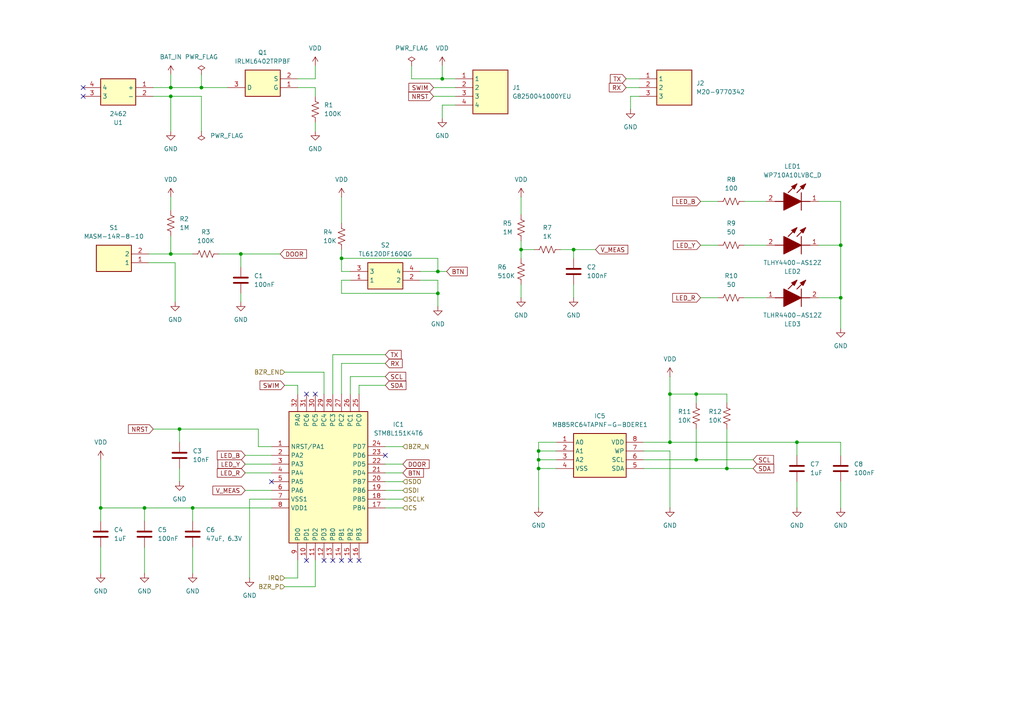
<source format=kicad_sch>
(kicad_sch (version 20250114) (generator "eeschema") (generator_version "9.0")
  (paper "A4")
  (title_block (title "MCU") (date "2025-10-02") (rev "REV0.0") (company "NPX4U"))
  (lib_symbols
    (symbol "2462:2462"
      (property "Reference" "U" (at 16.51 7.62 0))
      (property "Value" "2462" (at 16.51 5.08 0))
      (symbol "2462_1_1"
        (pin passive line (at 0 0 0) (length 5.08) (name "3") (number "3"))
        (pin passive line (at 0 -2.54 0) (length 5.08) (name "4") (number "4"))
        (pin passive line (at 20.32 0 180) (length 5.08) (name "-") (number "2"))
        (pin passive line (at 20.32 -2.54 180) (length 5.08) (name "+") (number "1"))
      )
    )
    (symbol "Device:C" (pin_numbers (hide yes)) (pin_names (offset 0.254))
      (property "Reference" "C" (at 0.635 2.54 0))
      (property "Value" "C" (at 0.635 -2.54 0))
      (symbol "C_1_1"
        (pin passive line (at 0 3.81 270) (length 2.794) (name "~") (number "1"))
        (pin passive line (at 0 -3.81 90) (length 2.794) (name "~") (number "2"))
      )
    )
    (symbol "Device:R_US" (pin_numbers (hide yes)) (pin_names (offset 0))
      (property "Reference" "R" (at 2.54 0 90))
      (property "Value" "R_US" (at -2.54 0 90))
      (symbol "R_US_1_1"
        (pin passive line (at 0 3.81 270) (length 1.27) (name "~") (number "1"))
        (pin passive line (at 0 -3.81 90) (length 1.27) (name "~") (number "2"))
      )
    )
    (symbol "G8250041000YEU:G8250041000YEU"
      (property "Reference" "J" (at 16.51 7.62 0))
      (property "Value" "G8250041000YEU" (at 16.51 5.08 0))
      (symbol "G8250041000YEU_1_1"
        (pin passive line (at 0 0 0) (length 5.08) (name "1") (number "1"))
        (pin passive line (at 0 -2.54 0) (length 5.08) (name "2") (number "2"))
        (pin passive line (at 0 -5.08 0) (length 5.08) (name "3") (number "3"))
        (pin passive line (at 0 -7.62 0) (length 5.08) (name "4") (number "4"))
      )
    )
    (symbol "IRLML6402TRPBF:IRLML6402TRPBF"
      (property "Reference" "Q" (at 16.51 7.62 0))
      (property "Value" "IRLML6402TRPBF" (at 16.51 5.08 0))
      (symbol "IRLML6402TRPBF_1_1"
        (pin passive line (at 0 0 0) (length 5.08) (name "G") (number "1"))
        (pin passive line (at 0 -2.54 0) (length 5.08) (name "S") (number "2"))
        (pin passive line (at 20.32 0 180) (length 5.08) (name "D") (number "3"))
      )
    )
    (symbol "M20-9770342:M20-9770342"
      (property "Reference" "J" (at 16.51 7.62 0))
      (property "Value" "M20-9770342" (at 16.51 5.08 0))
      (symbol "M20-9770342_1_1"
        (pin passive line (at 0 0 0) (length 5.08) (name "1") (number "1"))
        (pin passive line (at 0 -2.54 0) (length 5.08) (name "2") (number "2"))
        (pin passive line (at 0 -5.08 0) (length 5.08) (name "3") (number "3"))
      )
    )
    (symbol "MASM-14R-8-10:MASM-14R-8-10"
      (property "Reference" "S" (at 16.51 7.62 0))
      (property "Value" "MASM-14R-8-10" (at 16.51 5.08 0))
      (symbol "MASM-14R-8-10_1_1"
        (pin passive line (at 0 0 0) (length 5.08) (name "1") (number "1"))
        (pin passive line (at 0 -2.54 0) (length 5.08) (name "2") (number "2"))
      )
    )
    (symbol "MB85RC64TAPNF-G-BDERE1:MB85RC64TAPNF-G-BDERE1"
      (property "Reference" "IC" (at 21.59 7.62 0))
      (property "Value" "MB85RC64TAPNF-G-BDERE1" (at 21.59 5.08 0))
      (symbol "MB85RC64TAPNF-G-BDERE1_1_1"
        (pin passive line (at 0 0 0) (length 5.08) (name "A0") (number "1"))
        (pin passive line (at 0 -2.54 0) (length 5.08) (name "A1") (number "2"))
        (pin passive line (at 0 -5.08 0) (length 5.08) (name "A2") (number "3"))
        (pin passive line (at 0 -7.62 0) (length 5.08) (name "VSS") (number "4"))
        (pin passive line (at 25.4 0 180) (length 5.08) (name "VDD") (number "8"))
        (pin passive line (at 25.4 -2.54 180) (length 5.08) (name "WP") (number "7"))
        (pin passive line (at 25.4 -5.08 180) (length 5.08) (name "SCL") (number "6"))
        (pin passive line (at 25.4 -7.62 180) (length 5.08) (name "SDA") (number "5"))
      )
    )
    (symbol "STM8L151K4T6:STM8L151K4T6"
      (property "Reference" "IC" (at 29.21 15.24 0))
      (property "Value" "STM8L151K4T6" (at 29.21 12.7 0))
      (symbol "STM8L151K4T6_1_1"
        (pin passive line (at 0 0 0) (length 5.08) (name "NRST/PA1") (number "1"))
        (pin passive line (at 0 -2.54 0) (length 5.08) (name "PA2") (number "2"))
        (pin passive line (at 0 -5.08 0) (length 5.08) (name "PA3") (number "3"))
        (pin passive line (at 0 -7.62 0) (length 5.08) (name "PA4") (number "4"))
        (pin passive line (at 0 -10.16 0) (length 5.08) (name "PA5") (number "5"))
        (pin passive line (at 0 -12.7 0) (length 5.08) (name "PA6") (number "6"))
        (pin passive line (at 0 -15.24 0) (length 5.08) (name "VSS1") (number "7"))
        (pin passive line (at 0 -17.78 0) (length 5.08) (name "VDD1") (number "8"))
        (pin passive line (at 7.62 15.24 270) (length 5.08) (name "PA0") (number "32"))
        (pin passive line (at 7.62 -33.02 90) (length 5.08) (name "PD0") (number "9"))
        (pin passive line (at 10.16 15.24 270) (length 5.08) (name "PC6") (number "31"))
        (pin passive line (at 10.16 -33.02 90) (length 5.08) (name "PD1") (number "10"))
        (pin passive line (at 12.7 15.24 270) (length 5.08) (name "PC5") (number "30"))
        (pin passive line (at 12.7 -33.02 90) (length 5.08) (name "PD2") (number "11"))
        (pin passive line (at 15.24 15.24 270) (length 5.08) (name "PC4") (number "29"))
        (pin passive line (at 15.24 -33.02 90) (length 5.08) (name "PD3") (number "12"))
        (pin passive line (at 17.78 15.24 270) (length 5.08) (name "PC3") (number "28"))
        (pin passive line (at 17.78 -33.02 90) (length 5.08) (name "PB0") (number "13"))
        (pin passive line (at 20.32 15.24 270) (length 5.08) (name "PC2") (number "27"))
        (pin passive line (at 20.32 -33.02 90) (length 5.08) (name "PB1") (number "14"))
        (pin passive line (at 22.86 15.24 270) (length 5.08) (name "PC1") (number "26"))
        (pin passive line (at 22.86 -33.02 90) (length 5.08) (name "PB2") (number "15"))
        (pin passive line (at 25.4 15.24 270) (length 5.08) (name "PC0") (number "25"))
        (pin passive line (at 25.4 -33.02 90) (length 5.08) (name "PB3") (number "16"))
        (pin passive line (at 33.02 0 180) (length 5.08) (name "PD7") (number "24"))
        (pin passive line (at 33.02 -2.54 180) (length 5.08) (name "PD6") (number "23"))
        (pin passive line (at 33.02 -5.08 180) (length 5.08) (name "PD5") (number "22"))
        (pin passive line (at 33.02 -7.62 180) (length 5.08) (name "PD4") (number "21"))
        (pin passive line (at 33.02 -10.16 180) (length 5.08) (name "PB7") (number "20"))
        (pin passive line (at 33.02 -12.7 180) (length 5.08) (name "PB6") (number "19"))
        (pin passive line (at 33.02 -15.24 180) (length 5.08) (name "PB5") (number "18"))
        (pin passive line (at 33.02 -17.78 180) (length 5.08) (name "PB4") (number "17"))
      )
    )
    (symbol "TL6120DF160QG:TL6120DF160QG"
      (property "Reference" "S" (at 16.51 7.62 0))
      (property "Value" "TL6120DF160QG" (at 16.51 5.08 0))
      (symbol "TL6120DF160QG_1_1"
        (pin passive line (at 0 0 0) (length 5.08) (name "3") (number "3"))
        (pin passive line (at 0 -2.54 0) (length 5.08) (name "1") (number "1"))
        (pin passive line (at 20.32 0 180) (length 5.08) (name "4") (number "4"))
        (pin passive line (at 20.32 -2.54 180) (length 5.08) (name "2") (number "2"))
      )
    )
    (symbol "TLHR4400-AS12Z:TLHR4400-AS12Z" (pin_names (hide yes))
      (property "Reference" "LED" (at 12.7 8.89 0))
      (property "Value" "TLHR4400-AS12Z" (at 12.7 6.35 0))
      (symbol "TLHR4400-AS12Z_1_1"
        (pin passive line (at 0 0 0) (length 2.54) (name "K") (number "2"))
        (pin passive line (at 15.24 0 180) (length 2.54) (name "A") (number "1"))
      )
    )
    (symbol "TLHY4400-AS12Z:TLHY4400-AS12Z" (pin_names (hide yes))
      (property "Reference" "LED" (at 12.7 8.89 0))
      (property "Value" "TLHY4400-AS12Z" (at 12.7 6.35 0))
      (symbol "TLHY4400-AS12Z_1_1"
        (pin passive line (at 0 0 0) (length 2.54) (name "K") (number "1"))
        (pin passive line (at 15.24 0 180) (length 2.54) (name "A") (number "2"))
      )
    )
    (symbol "WP710A10LVBC_D:WP710A10LVBC_D" (pin_names (hide yes))
      (property "Reference" "LED" (at 12.7 8.89 0))
      (property "Value" "WP710A10LVBC_D" (at 12.7 6.35 0))
      (symbol "WP710A10LVBC_D_1_1"
        (pin passive line (at 0 0 0) (length 2.54) (name "K") (number "1"))
        (pin passive line (at 15.24 0 180) (length 2.54) (name "A") (number "2"))
      )
    )
    (symbol "power:GND" (power) (pin_numbers (hide yes)) (pin_names (offset 0) (hide yes))
      (property "Value" "GND" (at 0 -3.81 0))
      (symbol "GND_1_1"
        (pin power_in line (at 0 0 270) (length 0) (name "~") (number "1"))
      )
    )
    (symbol "power:PWR_FLAG" (power) (pin_numbers (hide yes)) (pin_names (offset 0) (hide yes))
      (property "Value" "PWR_FLAG" (at 0 3.81 0))
      (symbol "PWR_FLAG_0_0"
        (pin power_out line (at 0 0 90) (length 0) (name "~") (number "1"))
      )
    )
    (symbol "power:VDD" (power) (pin_numbers (hide yes)) (pin_names (offset 0) (hide yes))
      (property "Value" "VDD" (at 0 3.556 0))
      (symbol "VDD_1_1"
        (pin power_in line (at 0 0 90) (length 0) (name "~") (number "1"))
      )
    )
  )
  (junction (at 243.84 71.12))
  (junction (at 99.06 74.93))
  (junction (at 210.82 135.89))
  (junction (at 52.07 124.46))
  (junction (at 243.84 86.36))
  (junction (at 201.93 114.3))
  (junction (at 29.21 147.32))
  (junction (at 41.91 147.32))
  (junction (at 166.37 72.39))
  (junction (at 156.21 135.89))
  (junction (at 69.85 73.66))
  (junction (at 127 78.74))
  (junction (at 49.53 73.66))
  (junction (at 55.88 147.32))
  (junction (at 49.53 25.4))
  (junction (at 127 85.09))
  (junction (at 156.21 133.35))
  (junction (at 58.42 25.4))
  (junction (at 151.13 72.39))
  (junction (at 231.14 128.27))
  (junction (at 128.27 22.86))
  (junction (at 49.53 27.94))
  (junction (at 194.31 128.27))
  (junction (at 194.31 114.3))
  (junction (at 201.93 133.35))
  (junction (at 156.21 130.81))
  (no_connect (at 24.13 27.94))
  (no_connect (at 78.74 139.7))
  (no_connect (at 91.44 114.3))
  (no_connect (at 99.06 162.56))
  (no_connect (at 101.6 162.56))
  (no_connect (at 104.14 162.56))
  (no_connect (at 88.9 114.3))
  (no_connect (at 111.76 132.08))
  (no_connect (at 93.98 162.56))
  (no_connect (at 88.9 162.56))
  (no_connect (at 24.13 25.4))
  (no_connect (at 96.52 162.56))
  (wire (pts (xy 151.13 69.85) (xy 151.13 72.39)))
  (wire (pts (xy 58.42 38.1) (xy 58.42 27.94)))
  (wire (pts (xy 41.91 158.75) (xy 41.91 166.37)))
  (wire (pts (xy 156.21 133.35) (xy 161.29 133.35)))
  (wire (pts (xy 127 74.93) (xy 99.06 74.93)))
  (wire (pts (xy 99.06 74.93) (xy 99.06 72.39)))
  (wire (pts (xy 74.93 124.46) (xy 74.93 129.54)))
  (wire (pts (xy 104.14 111.76) (xy 104.14 114.3)))
  (wire (pts (xy 132.08 22.86) (xy 128.27 22.86)))
  (wire (pts (xy 156.21 135.89) (xy 156.21 133.35)))
  (wire (pts (xy 50.8 87.63) (xy 50.8 76.2)))
  (wire (pts (xy 49.53 21.59) (xy 49.53 25.4)))
  (wire (pts (xy 71.12 132.08) (xy 78.74 132.08)))
  (wire (pts (xy 55.88 147.32) (xy 41.91 147.32)))
  (wire (pts (xy 29.21 158.75) (xy 29.21 166.37)))
  (wire (pts (xy 55.88 158.75) (xy 55.88 166.37)))
  (wire (pts (xy 201.93 133.35) (xy 218.44 133.35)))
  (wire (pts (xy 99.06 78.74) (xy 99.06 74.93)))
  (wire (pts (xy 156.21 147.32) (xy 156.21 135.89)))
  (wire (pts (xy 215.9 58.42) (xy 222.25 58.42)))
  (wire (pts (xy 49.53 27.94) (xy 49.53 38.1)))
  (wire (pts (xy 166.37 82.55) (xy 166.37 86.36)))
  (wire (pts (xy 86.36 111.76) (xy 86.36 114.3)))
  (wire (pts (xy 210.82 116.84) (xy 210.82 114.3)))
  (wire (pts (xy 125.73 27.94) (xy 132.08 27.94)))
  (wire (pts (xy 99.06 105.41) (xy 111.76 105.41)))
  (wire (pts (xy 82.55 167.64) (xy 86.36 167.64)))
  (wire (pts (xy 111.76 102.87) (xy 96.52 102.87)))
  (wire (pts (xy 63.5 73.66) (xy 69.85 73.66)))
  (wire (pts (xy 151.13 72.39) (xy 151.13 74.93)))
  (wire (pts (xy 203.2 58.42) (xy 208.28 58.42)))
  (wire (pts (xy 119.38 22.86) (xy 128.27 22.86)))
  (wire (pts (xy 58.42 25.4) (xy 66.04 25.4)))
  (wire (pts (xy 55.88 147.32) (xy 55.88 151.13)))
  (wire (pts (xy 156.21 135.89) (xy 161.29 135.89)))
  (wire (pts (xy 101.6 109.22) (xy 101.6 114.3)))
  (wire (pts (xy 93.98 107.95) (xy 93.98 114.3)))
  (wire (pts (xy 127 81.28) (xy 121.92 81.28)))
  (wire (pts (xy 49.53 73.66) (xy 49.53 68.58)))
  (wire (pts (xy 156.21 130.81) (xy 156.21 128.27)))
  (wire (pts (xy 231.14 132.08) (xy 231.14 128.27)))
  (wire (pts (xy 52.07 124.46) (xy 44.45 124.46)))
  (wire (pts (xy 52.07 124.46) (xy 52.07 128.27)))
  (wire (pts (xy 194.31 114.3) (xy 194.31 109.22)))
  (wire (pts (xy 210.82 114.3) (xy 201.93 114.3)))
  (wire (pts (xy 203.2 86.36) (xy 208.28 86.36)))
  (wire (pts (xy 151.13 57.15) (xy 151.13 62.23)))
  (wire (pts (xy 127 78.74) (xy 129.54 78.74)))
  (wire (pts (xy 49.53 73.66) (xy 55.88 73.66)))
  (wire (pts (xy 186.69 135.89) (xy 210.82 135.89)))
  (wire (pts (xy 162.56 72.39) (xy 166.37 72.39)))
  (wire (pts (xy 194.31 130.81) (xy 186.69 130.81)))
  (wire (pts (xy 156.21 130.81) (xy 161.29 130.81)))
  (wire (pts (xy 58.42 21.59) (xy 58.42 25.4)))
  (wire (pts (xy 86.36 167.64) (xy 86.36 162.56)))
  (wire (pts (xy 111.76 147.32) (xy 116.84 147.32)))
  (wire (pts (xy 99.06 114.3) (xy 99.06 105.41)))
  (wire (pts (xy 237.49 71.12) (xy 243.84 71.12)))
  (wire (pts (xy 128.27 30.48) (xy 128.27 34.29)))
  (wire (pts (xy 111.76 137.16) (xy 116.84 137.16)))
  (wire (pts (xy 49.53 57.15) (xy 49.53 60.96)))
  (wire (pts (xy 132.08 30.48) (xy 128.27 30.48)))
  (wire (pts (xy 237.49 86.36) (xy 243.84 86.36)))
  (wire (pts (xy 43.18 73.66) (xy 49.53 73.66)))
  (wire (pts (xy 186.69 133.35) (xy 201.93 133.35)))
  (wire (pts (xy 194.31 128.27) (xy 194.31 114.3)))
  (wire (pts (xy 182.88 27.94) (xy 182.88 31.75)))
  (wire (pts (xy 91.44 22.86) (xy 91.44 19.05)))
  (wire (pts (xy 181.61 25.4) (xy 185.42 25.4)))
  (wire (pts (xy 72.39 144.78) (xy 78.74 144.78)))
  (wire (pts (xy 243.84 128.27) (xy 231.14 128.27)))
  (wire (pts (xy 166.37 72.39) (xy 166.37 74.93)))
  (wire (pts (xy 151.13 72.39) (xy 154.94 72.39)))
  (wire (pts (xy 44.45 25.4) (xy 49.53 25.4)))
  (wire (pts (xy 41.91 147.32) (xy 41.91 151.13)))
  (wire (pts (xy 243.84 71.12) (xy 243.84 86.36)))
  (wire (pts (xy 127 85.09) (xy 127 81.28)))
  (wire (pts (xy 99.06 85.09) (xy 127 85.09)))
  (wire (pts (xy 215.9 86.36) (xy 222.25 86.36)))
  (wire (pts (xy 49.53 25.4) (xy 58.42 25.4)))
  (wire (pts (xy 82.55 170.18) (xy 91.44 170.18)))
  (wire (pts (xy 119.38 19.05) (xy 119.38 22.86)))
  (wire (pts (xy 71.12 134.62) (xy 78.74 134.62)))
  (wire (pts (xy 121.92 78.74) (xy 127 78.74)))
  (wire (pts (xy 82.55 111.76) (xy 86.36 111.76)))
  (wire (pts (xy 74.93 129.54) (xy 78.74 129.54)))
  (wire (pts (xy 231.14 128.27) (xy 194.31 128.27)))
  (wire (pts (xy 86.36 25.4) (xy 91.44 25.4)))
  (wire (pts (xy 101.6 81.28) (xy 99.06 81.28)))
  (wire (pts (xy 111.76 129.54) (xy 116.84 129.54)))
  (wire (pts (xy 127 88.9) (xy 127 85.09)))
  (wire (pts (xy 41.91 147.32) (xy 29.21 147.32)))
  (wire (pts (xy 243.84 58.42) (xy 243.84 71.12)))
  (wire (pts (xy 99.06 57.15) (xy 99.06 64.77)))
  (wire (pts (xy 111.76 134.62) (xy 116.84 134.62)))
  (wire (pts (xy 111.76 142.24) (xy 116.84 142.24)))
  (wire (pts (xy 69.85 85.09) (xy 69.85 87.63)))
  (wire (pts (xy 55.88 147.32) (xy 78.74 147.32)))
  (wire (pts (xy 243.84 139.7) (xy 243.84 147.32)))
  (wire (pts (xy 237.49 58.42) (xy 243.84 58.42)))
  (wire (pts (xy 111.76 144.78) (xy 116.84 144.78)))
  (wire (pts (xy 69.85 73.66) (xy 69.85 77.47)))
  (wire (pts (xy 243.84 86.36) (xy 243.84 95.25)))
  (wire (pts (xy 86.36 22.86) (xy 91.44 22.86)))
  (wire (pts (xy 71.12 142.24) (xy 78.74 142.24)))
  (wire (pts (xy 111.76 109.22) (xy 101.6 109.22)))
  (wire (pts (xy 166.37 72.39) (xy 172.72 72.39)))
  (wire (pts (xy 99.06 81.28) (xy 99.06 85.09)))
  (wire (pts (xy 91.44 25.4) (xy 91.44 27.94)))
  (wire (pts (xy 125.73 25.4) (xy 132.08 25.4)))
  (wire (pts (xy 231.14 139.7) (xy 231.14 147.32)))
  (wire (pts (xy 29.21 147.32) (xy 29.21 151.13)))
  (wire (pts (xy 127 78.74) (xy 127 74.93)))
  (wire (pts (xy 215.9 71.12) (xy 222.25 71.12)))
  (wire (pts (xy 52.07 135.89) (xy 52.07 139.7)))
  (wire (pts (xy 96.52 102.87) (xy 96.52 114.3)))
  (wire (pts (xy 82.55 107.95) (xy 93.98 107.95)))
  (wire (pts (xy 181.61 22.86) (xy 185.42 22.86)))
  (wire (pts (xy 91.44 35.56) (xy 91.44 38.1)))
  (wire (pts (xy 243.84 132.08) (xy 243.84 128.27)))
  (wire (pts (xy 44.45 27.94) (xy 49.53 27.94)))
  (wire (pts (xy 111.76 111.76) (xy 104.14 111.76)))
  (wire (pts (xy 201.93 124.46) (xy 201.93 133.35)))
  (wire (pts (xy 72.39 144.78) (xy 72.39 167.64)))
  (wire (pts (xy 194.31 147.32) (xy 194.31 130.81)))
  (wire (pts (xy 210.82 135.89) (xy 218.44 135.89)))
  (wire (pts (xy 203.2 71.12) (xy 208.28 71.12)))
  (wire (pts (xy 71.12 137.16) (xy 78.74 137.16)))
  (wire (pts (xy 156.21 128.27) (xy 161.29 128.27)))
  (wire (pts (xy 210.82 124.46) (xy 210.82 135.89)))
  (wire (pts (xy 151.13 82.55) (xy 151.13 86.36)))
  (wire (pts (xy 201.93 116.84) (xy 201.93 114.3)))
  (wire (pts (xy 128.27 22.86) (xy 128.27 19.05)))
  (wire (pts (xy 58.42 27.94) (xy 49.53 27.94)))
  (wire (pts (xy 29.21 133.35) (xy 29.21 147.32)))
  (wire (pts (xy 111.76 139.7) (xy 116.84 139.7)))
  (wire (pts (xy 201.93 114.3) (xy 194.31 114.3)))
  (wire (pts (xy 74.93 124.46) (xy 52.07 124.46)))
  (wire (pts (xy 50.8 76.2) (xy 43.18 76.2)))
  (wire (pts (xy 186.69 128.27) (xy 194.31 128.27)))
  (wire (pts (xy 156.21 133.35) (xy 156.21 130.81)))
  (wire (pts (xy 101.6 78.74) (xy 99.06 78.74)))
  (wire (pts (xy 185.42 27.94) (xy 182.88 27.94)))
  (wire (pts (xy 69.85 73.66) (xy 81.28 73.66)))
  (wire (pts (xy 91.44 170.18) (xy 91.44 162.56)))
  (global_label "V_MEAS" (shape input) (at 172.72 72.39 0) (property "Intersheetrefs" "${INTERSHEET_REFS}" (effects (hide yes))))
  (global_label "DOOR" (shape input) (at 81.28 73.66 0) (property "Intersheetrefs" "${INTERSHEET_REFS}" (effects (hide yes))))
  (global_label "RX" (shape input) (at 111.76 105.41 0) (property "Intersheetrefs" "${INTERSHEET_REFS}" (effects (hide yes))))
  (global_label "LED_B" (shape input) (at 203.2 58.42 180) (property "Intersheetrefs" "${INTERSHEET_REFS}" (effects (hide yes))))
  (global_label "BTN" (shape input) (at 116.84 137.16 0) (property "Intersheetrefs" "${INTERSHEET_REFS}" (effects (hide yes))))
  (global_label "SDA" (shape input) (at 111.76 111.76 0) (property "Intersheetrefs" "${INTERSHEET_REFS}" (effects (hide yes))))
  (global_label "SDA" (shape input) (at 218.44 135.89 0) (property "Intersheetrefs" "${INTERSHEET_REFS}" (effects (hide yes))))
  (global_label "RX" (shape input) (at 181.61 25.4 180) (property "Intersheetrefs" "${INTERSHEET_REFS}" (effects (hide yes))))
  (global_label "SWIM" (shape input) (at 125.73 25.4 180) (property "Intersheetrefs" "${INTERSHEET_REFS}" (effects (hide yes))))
  (global_label "LED_Y" (shape input) (at 203.2 71.12 180) (property "Intersheetrefs" "${INTERSHEET_REFS}" (effects (hide yes))))
  (global_label "LED_B" (shape input) (at 71.12 132.08 180) (property "Intersheetrefs" "${INTERSHEET_REFS}" (effects (hide yes))))
  (global_label "NRST" (shape input) (at 44.45 124.46 180) (property "Intersheetrefs" "${INTERSHEET_REFS}" (effects (hide yes))))
  (global_label "DOOR" (shape input) (at 116.84 134.62 0) (property "Intersheetrefs" "${INTERSHEET_REFS}" (effects (hide yes))))
  (global_label "SWIM" (shape input) (at 82.55 111.76 180) (property "Intersheetrefs" "${INTERSHEET_REFS}" (effects (hide yes))))
  (global_label "V_MEAS" (shape input) (at 71.12 142.24 180) (property "Intersheetrefs" "${INTERSHEET_REFS}" (effects (hide yes))))
  (global_label "LED_R" (shape input) (at 71.12 137.16 180) (property "Intersheetrefs" "${INTERSHEET_REFS}" (effects (hide yes))))
  (global_label "SCL" (shape input) (at 111.76 109.22 0) (property "Intersheetrefs" "${INTERSHEET_REFS}" (effects (hide yes))))
  (global_label "TX" (shape input) (at 111.76 102.87 0) (property "Intersheetrefs" "${INTERSHEET_REFS}" (effects (hide yes))))
  (global_label "NRST" (shape input) (at 125.73 27.94 180) (property "Intersheetrefs" "${INTERSHEET_REFS}" (effects (hide yes))))
  (global_label "BTN" (shape input) (at 129.54 78.74 0) (property "Intersheetrefs" "${INTERSHEET_REFS}" (effects (hide yes))))
  (global_label "SCL" (shape input) (at 218.44 133.35 0) (property "Intersheetrefs" "${INTERSHEET_REFS}" (effects (hide yes))))
  (global_label "TX" (shape input) (at 181.61 22.86 180) (property "Intersheetrefs" "${INTERSHEET_REFS}" (effects (hide yes))))
  (global_label "LED_Y" (shape input) (at 71.12 134.62 180) (property "Intersheetrefs" "${INTERSHEET_REFS}" (effects (hide yes))))
  (global_label "LED_R" (shape input) (at 203.2 86.36 180) (property "Intersheetrefs" "${INTERSHEET_REFS}" (effects (hide yes))))
  (hierarchical_label "BZR_EN" (shape input) (at 82.55 107.95 180))
  (hierarchical_label "IRQ" (shape input) (at 82.55 167.64 180))
  (hierarchical_label "SDO" (shape input) (at 116.84 139.7 0))
  (hierarchical_label "BZR_P" (shape input) (at 82.55 170.18 180))
  (hierarchical_label "SDI" (shape input) (at 116.84 142.24 0))
  (hierarchical_label "BZR_N" (shape input) (at 116.84 129.54 0))
  (hierarchical_label "CS" (shape input) (at 116.84 147.32 0))
  (hierarchical_label "SCLK" (shape input) (at 116.84 144.78 0))
  (symbol (lib_id "WP710A10LVBC_D:WP710A10LVBC_D") (at 237.49 58.42 0) (mirror y) (unit 1)
    (property "Reference" "LED1" (at 229.87 48.26 0))
    (property "Value" "WP710A10LVBC_D" (at 229.87 50.8 0))
    (property "Footprint" "MyParts:WP710A10LVBCD" (effects (hide yes)))
    (property "Datasheet" "http://www.kingbrightusa.com/images/catalog/SPEC/WP710A10LVBC-D.pdf" (effects (hide yes)))
    (property "Description" "Standard LEDs - Through Hole 3MM LOW CURRENT BLUE LED" (effects (hide yes)))
    (property "Height" "5.4" (effects (hide yes)))
    (property "Mouser Part Number" "604-WP710A10LVBCD" (effects (hide yes)))
    (property "Supplier Link" "https://www.mouser.co.uk/ProductDetail/Kingbright/WP710A10LVBC-D?qs=6oMev5NRZMF7xED66hMqMg%3D%3D" (effects (hide yes)))
    (property "Manufacturer" "Kingbright" (effects (hide yes)))
    (property "Manufacturer Part Number" "WP710A10LVBC/D" (effects (hide yes)))
  )
  (symbol (lib_id "power:GND") (at 243.84 147.32 0) (unit 1)
    (property "Reference" "#PWR057" (effects (hide yes)))
    (property "Value" "GND" (at 243.84 152.4 0))
    (property "Description" "Power symbol creates a global label with name \"GND\" , ground" (effects (hide yes)))
  )
  (symbol (lib_id "Device:R_US") (at 59.69 73.66 90) (unit 1)
    (property "Reference" "R3" (at 59.69 67.31 90))
    (property "Value" "100K" (at 59.69 69.85 90))
    (property "Footprint" "Resistor_SMD:R_0402_1005Metric" (effects (hide yes)))
    (property "Description" "Resistor, US symbol" (effects (hide yes)))
    (property "Mouser Part Number" "603-RC0402JR-7D100KL" (effects (hide yes)))
    (property "Supplier Link" "https://pt.mouser.com/ProductDetail/YAGEO/RC0402JR-7D100KL?qs=sGAEpiMZZMvdGkrng054tz1y1XEHv7sNDqn1Y%252B6zGYVTl0poVAV1uA%3D%3D" (effects (hide yes)))
    (property "Manufacturer" "Yageo" (effects (hide yes)))
    (property "Manufacturer Part Number" "RC0402JR-7D100KL" (effects (hide yes)))
  )
  (symbol (lib_id "Device:R_US") (at 201.93 120.65 180) (unit 1)
    (property "Reference" "R11" (at 196.596 119.38 0) (effects (justify right)))
    (property "Value" "10K" (at 196.596 121.92 0) (effects (justify right)))
    (property "Footprint" "Resistor_SMD:R_0402_1005Metric" (effects (hide yes)))
    (property "Description" "Resistor, US symbol" (effects (hide yes)))
    (property "Mouser Part Number" "603-AC0402JR-7D10KL" (effects (hide yes)))
    (property "Supplier Link" "https://pt.mouser.com/ProductDetail/YAGEO/AC0402JR-7D10KL?qs=sGAEpiMZZMvdGkrng054tz1y1XEHv7sNOH1F3ozffN%252Bh1q4oB3r5hQ%3D%3D" (effects (hide yes)))
    (property "Manufacturer" "Panasonic" (effects (hide yes)))
    (property "Manufacturer Part Number" "AC0402JR-7D10KL" (effects (hide yes)))
  )
  (symbol (lib_id "G8250041000YEU:G8250041000YEU") (at 132.08 22.86 0) (unit 1)
    (property "Reference" "J1" (at 148.59 25.3999 0) (effects (justify left)))
    (property "Value" "G8250041000YEU" (at 148.59 27.9399 0) (effects (justify left)))
    (property "Footprint" "MyParts:HDRV4W55P0X200_1X4_800X200X635P" (effects (hide yes)))
    (property "Datasheet" "https://cdn.amphenol-cs.com/media/wysiwyg/files/drawing/g825xxx10x0yeu.pdf" (effects (hide yes)))
    (property "Description" "Board mount - Header Plug - Pin Header 2.0mm Pitch Vertical,1x4Pin,Gold Flash,LCP,4.0mm*2.0mm*2.8mm" (effects (hide yes)))
    (property "Height" "6.35" (effects (hide yes)))
    (property "Mouser Part Number" "523-G8250041000YEU" (effects (hide yes)))
    (property "Supplier Link" "https://www.mouser.co.uk/ProductDetail/Amphenol-Commercial-Products/G8250041000YEU?qs=f9yNj16SXrKPzZ0fvYmqsg%3D%3D" (effects (hide yes)))
    (property "Manufacturer" "Amphenol" (effects (hide yes)))
    (property "Manufacturer Part Number" "G8250041000YEU" (effects (hide yes)))
  )
  (symbol (lib_id "Device:R_US") (at 158.75 72.39 90) (unit 1)
    (property "Reference" "R7" (at 158.75 66.04 90))
    (property "Value" "1K" (at 158.75 68.58 90))
    (property "Footprint" "Resistor_SMD:R_0402_1005Metric" (effects (hide yes)))
    (property "Description" "Resistor, US symbol" (effects (hide yes)))
    (property "Mouser Part Number" "603-RC0402JR-7D1KL" (effects (hide yes)))
    (property "Supplier Link" "https://pt.mouser.com/ProductDetail/YAGEO/RC0402JR-7D1KL?qs=sGAEpiMZZMvdGkrng054t%252BT3WHYFVvJgmss%252BDRYp36bZlKBftiz5dg%3D%3D" (effects (hide yes)))
    (property "Manufacturer" "Yageo" (effects (hide yes)))
    (property "Manufacturer Part Number" "RC0402JR-7D1KL" (effects (hide yes)))
  )
  (symbol (lib_id "MB85RC64TAPNF-G-BDERE1:MB85RC64TAPNF-G-BDERE1") (at 161.29 128.27 0) (unit 1)
    (property "Reference" "IC5" (at 173.99 120.65 0))
    (property "Value" "MB85RC64TAPNF-G-BDERE1" (at 173.99 123.19 0))
    (property "Footprint" "MyParts:SOIC127P602X173-8N" (effects (hide yes)))
    (property "Datasheet" "https://datasheet.lcsc.com/szlcsc/FUJITSU-MB85RC64TAPNF-G-BDERE1_C189804.pdf" (effects (hide yes)))
    (property "Description" "64kbit FRAM with I2C serial interface, 1.8V, 3V- SOP8 T&R" (effects (hide yes)))
    (property "Height" "1.73" (effects (hide yes)))
    (property "Mouser Part Number" "249-85C64TAPNFGBDR1" (effects (hide yes)))
    (property "Supplier Link" "https://www.mouser.co.uk/ProductDetail/Fujitsu-Semiconductor/MB85RC64TAPNF-G-BDERE1?qs=HBWAp0VN4RjAfCGOi84Ipw%3D%3D" (effects (hide yes)))
    (property "Manufacturer" "Ramxeed" (effects (hide yes)))
    (property "Manufacturer Part Number" "MB85RC64TAPNF-G-BDERE1" (effects (hide yes)))
  )
  (symbol (lib_id "power:GND") (at 72.39 167.64 0) (unit 1)
    (property "Reference" "#PWR01" (effects (hide yes)))
    (property "Value" "GND" (at 72.39 172.72 0))
    (property "Description" "Power symbol creates a global label with name \"GND\" , ground" (effects (hide yes)))
  )
  (symbol (lib_id "TLHR4400-AS12Z:TLHR4400-AS12Z") (at 237.49 86.36 0) (mirror y) (unit 1)
    (property "Reference" "LED3" (at 229.87 93.98 0))
    (property "Value" "TLHR4400-AS12Z" (at 229.87 91.44 0))
    (property "Footprint" "MyParts:TLHR4400AS12Z" (effects (hide yes)))
    (property "Datasheet" "https://componentsearchengine.com/Datasheets/2/TLHR4400-AS12Z.pdf" (effects (hide yes)))
    (property "Description" "Standard LEDs - Through Hole Red 13mcd; 3mm 612-625nm; 2V Typ" (effects (hide yes)))
    (property "Height" "6.1" (effects (hide yes)))
    (property "Mouser Part Number" "78-TLHR4400-AS12Z" (effects (hide yes)))
    (property "Supplier Link" "https://www.mouser.co.uk/ProductDetail/Vishay-Semiconductors/TLHR4400-AS12Z?qs=nQ9vpdMXC6AwxmxsGskxgg%3D%3D" (effects (hide yes)))
    (property "Manufacturer" "Vishay" (effects (hide yes)))
    (property "Manufacturer Part Number" "TLHR4400-AS12Z" (effects (hide yes)))
  )
  (symbol (lib_id "M20-9770342:M20-9770342") (at 185.42 22.86 0) (unit 1)
    (property "Reference" "J2" (at 201.93 24.1299 0) (effects (justify left)))
    (property "Value" "M20-9770342" (at 201.93 26.6699 0) (effects (justify left)))
    (property "Footprint" "MyParts:HDRV3W66P0X254_1X3_762X254X855P" (effects (hide yes)))
    (property "Datasheet" "https://cdn.harwin.com/pdfs/M20-977.pdf" (effects (hide yes)))
    (property "Description" "2.54mm (0.1\") Pitch SIL Vertical Throughboard Pin Header, 5.8mm mating pin height, selective gold + tin, 3 contacts" (effects (hide yes)))
    (property "Height" "8.55" (effects (hide yes)))
    (property "Mouser Part Number" "855-M20-9770342" (effects (hide yes)))
    (property "Supplier Link" "https://www.mouser.co.uk/ProductDetail/Harwin/M20-9770342?qs=Jph8NoUxIfVskiTzAX%252BIFA%3D%3D" (effects (hide yes)))
    (property "Manufacturer" "Harwin" (effects (hide yes)))
    (property "Manufacturer Part Number" "M20-9770342" (effects (hide yes)))
  )
  (symbol (lib_id "power:GND") (at 55.88 166.37 0) (unit 1)
    (property "Reference" "#PWR04" (effects (hide yes)))
    (property "Value" "GND" (at 55.88 171.45 0))
    (property "Description" "Power symbol creates a global label with name \"GND\" , ground" (effects (hide yes)))
  )
  (symbol (lib_id "power:GND") (at 151.13 86.36 0) (unit 1)
    (property "Reference" "#PWR044" (effects (hide yes)))
    (property "Value" "GND" (at 151.13 91.44 0))
    (property "Description" "Power symbol creates a global label with name \"GND\" , ground" (effects (hide yes)))
  )
  (symbol (lib_id "power:VDD") (at 49.53 21.59 0) (unit 1)
    (property "Reference" "#PWR06" (effects (hide yes)))
    (property "Value" "BAT_IN" (at 49.53 16.51 0))
    (property "Description" "Power symbol creates a global label with name \"VDD\"" (effects (hide yes)))
  )
  (symbol (lib_id "power:PWR_FLAG") (at 119.38 19.05 0) (unit 1)
    (property "Reference" "#FLG03" (effects (hide yes)))
    (property "Value" "PWR_FLAG" (at 119.38 13.97 0))
    (property "Description" "Special symbol for telling ERC where power comes from" (effects (hide yes)))
  )
  (symbol (lib_id "Device:C") (at 29.21 154.94 0) (unit 1)
    (property "Reference" "C4" (at 33.02 153.6699 0) (effects (justify left)))
    (property "Value" "1uF" (at 33.02 156.2099 0) (effects (justify left)))
    (property "Footprint" "Capacitor_SMD:C_0402_1005Metric" (effects (hide yes)))
    (property "Description" "Unpolarized capacitor" (effects (hide yes)))
    (property "Mouser Part Number" "81-GXT155R60J105KE1D" (effects (hide yes)))
    (property "Supplier Link" "https://pt.mouser.com/ProductDetail/Murata-Electronics/GXT155R60J105KE01D?qs=d0WKAl%252BL4Kb4JfV7cPss8A%3D%3D" (effects (hide yes)))
    (property "Manufacturer" "Murata" (effects (hide yes)))
    (property "Manufacturer Part Number" "GXT155R60J105KE01D " (effects (hide yes)))
  )
  (symbol (lib_id "Device:R_US") (at 151.13 78.74 180) (unit 1)
    (property "Reference" "R6" (at 144.272 77.47 0) (effects (justify right)))
    (property "Value" "510K" (at 144.272 80.01 0) (effects (justify right)))
    (property "Footprint" "Resistor_SMD:R_0402_1005Metric" (effects (hide yes)))
    (property "Description" "Resistor, US symbol" (effects (hide yes)))
    (property "Mouser Part Number" "667-ERJ-2RKD5103X" (effects (hide yes)))
    (property "Supplier Link" "https://pt.mouser.com/ProductDetail/Panasonic/ERJ-2RKD5103X?qs=sGAEpiMZZMvdGkrng054t1eOZL8aqEcIL%252BpAv8RhwTE3NX8BgYoG6A%3D%3D" (effects (hide yes)))
    (property "Manufacturer" "Panasonic" (effects (hide yes)))
    (property "Manufacturer Part Number" "ERJ-2RKD5103X" (effects (hide yes)))
  )
  (symbol (lib_id "power:GND") (at 182.88 31.75 0) (unit 1)
    (property "Reference" "#PWR012" (effects (hide yes)))
    (property "Value" "GND" (at 182.88 36.83 0))
    (property "Description" "Power symbol creates a global label with name \"GND\" , ground" (effects (hide yes)))
  )
  (symbol (lib_id "power:VDD") (at 91.44 19.05 0) (unit 1)
    (property "Reference" "#PWR020" (effects (hide yes)))
    (property "Value" "VDD" (at 91.44 13.97 0))
    (property "Description" "Power symbol creates a global label with name \"VDD\"" (effects (hide yes)))
  )
  (symbol (lib_id "power:GND") (at 50.8 87.63 0) (unit 1)
    (property "Reference" "#PWR015" (effects (hide yes)))
    (property "Value" "GND" (at 50.8 92.71 0))
    (property "Description" "Power symbol creates a global label with name \"GND\" , ground" (effects (hide yes)))
  )
  (symbol (lib_id "power:PWR_FLAG") (at 58.42 38.1 180) (unit 1)
    (property "Reference" "#FLG02" (effects (hide yes)))
    (property "Value" "PWR_FLAG" (at 60.96 39.3699 0) (effects (justify right)))
    (property "Description" "Special symbol for telling ERC where power comes from" (effects (hide yes)))
  )
  (symbol (lib_id "STM8L151K4T6:STM8L151K4T6") (at 78.74 129.54 0) (unit 1)
    (property "Reference" "IC1" (at 115.57 123.1198 0))
    (property "Value" "STM8L151K4T6" (at 115.57 125.6598 0))
    (property "Footprint" "MyParts:QFP80P900X900X160-32N" (effects (hide yes)))
    (property "Datasheet" "http://www.st.com/st-web-ui/static/active/en/resource/technical/document/datasheet/CD00240181.pdf" (effects (hide yes)))
    (property "Description" "STM8L151K4T6, 8 bit STM8 Microcontroller 16MHz 1 kB, 16 kB Flash, 2 kB RAM, I2C 32-Pin LQFP" (effects (hide yes)))
    (property "Height" "1.6" (effects (hide yes)))
    (property "Mouser Part Number" "511-STM8L151K4T6" (effects (hide yes)))
    (property "Supplier Link" "https://www.mouser.co.uk/ProductDetail/STMicroelectronics/STM8L151K4T6?qs=H8t2elxe2QfV%252BTwO2SHNjg%3D%3D" (effects (hide yes)))
    (property "Manufacturer" "STMicroelectronics" (effects (hide yes)))
    (property "Manufacturer Part Number" "STM8L151K4T6" (effects (hide yes)))
  )
  (symbol (lib_id "IRLML6402TRPBF:IRLML6402TRPBF") (at 86.36 25.4 180) (unit 1)
    (property "Reference" "Q1" (at 76.2 15.24 0))
    (property "Value" "IRLML6402TRPBF" (at 76.2 17.78 0))
    (property "Footprint" "MyParts:SOT95P237X112-3N" (effects (hide yes)))
    (property "Datasheet" "http://www.infineon.com/dgdl/irlml6402pbf.pdf?fileId=5546d462533600a401535668d5c2263c" (effects (hide yes)))
    (property "Description" "MOSFET MOSFT P-Ch -3.7A 65mOhm 8nC Log Lvl" (effects (hide yes)))
    (property "Height" "1.12" (effects (hide yes)))
    (property "Mouser Part Number" "942-IRLML6402TRPBF" (effects (hide yes)))
    (property "Supplier Link" "https://www.mouser.co.uk/ProductDetail/Infineon-Technologies/IRLML6402TRPBF?qs=9%252BKlkBgLFf0HuZuONx2Ewg%3D%3D" (effects (hide yes)))
    (property "Manufacturer" "Infineon" (effects (hide yes)))
    (property "Manufacturer Part Number" "IRLML6402TRPBF" (effects (hide yes)))
  )
  (symbol (lib_id "power:GND") (at 156.21 147.32 0) (unit 1)
    (property "Reference" "#PWR013" (effects (hide yes)))
    (property "Value" "GND" (at 156.21 152.4 0))
    (property "Description" "Power symbol creates a global label with name \"GND\" , ground" (effects (hide yes)))
  )
  (symbol (lib_id "Device:R_US") (at 91.44 31.75 0) (unit 1)
    (property "Reference" "R1" (at 93.98 30.4799 0) (effects (justify left)))
    (property "Value" "100K" (at 93.98 33.0199 0) (effects (justify left)))
    (property "Footprint" "Resistor_SMD:R_0402_1005Metric" (effects (hide yes)))
    (property "Description" "Resistor, US symbol" (effects (hide yes)))
    (property "Mouser Part Number" "603-RC0402JR-7D100KL" (effects (hide yes)))
    (property "Supplier Link" "https://pt.mouser.com/ProductDetail/YAGEO/RC0402JR-7D100KL?qs=sGAEpiMZZMvdGkrng054tz1y1XEHv7sNDqn1Y%252B6zGYVTl0poVAV1uA%3D%3D" (effects (hide yes)))
    (property "Manufacturer" "Yageo" (effects (hide yes)))
    (property "Manufacturer Part Number" "RC0402JR-7D100KL" (effects (hide yes)))
  )
  (symbol (lib_id "power:GND") (at 49.53 38.1 0) (unit 1)
    (property "Reference" "#PWR05" (effects (hide yes)))
    (property "Value" "GND" (at 49.53 43.18 0))
    (property "Description" "Power symbol creates a global label with name \"GND\" , ground" (effects (hide yes)))
  )
  (symbol (lib_id "power:PWR_FLAG") (at 58.42 21.59 0) (unit 1)
    (property "Reference" "#FLG01" (effects (hide yes)))
    (property "Value" "PWR_FLAG" (at 58.42 16.51 0))
    (property "Description" "Special symbol for telling ERC where power comes from" (effects (hide yes)))
  )
  (symbol (lib_id "power:GND") (at 166.37 86.36 0) (unit 1)
    (property "Reference" "#PWR040" (effects (hide yes)))
    (property "Value" "GND" (at 166.37 91.44 0))
    (property "Description" "Power symbol creates a global label with name \"GND\" , ground" (effects (hide yes)))
  )
  (symbol (lib_id "power:VDD") (at 194.31 109.22 0) (unit 1)
    (property "Reference" "#PWR054" (effects (hide yes)))
    (property "Value" "VDD" (at 194.31 104.14 0))
    (property "Description" "Power symbol creates a global label with name \"VDD\"" (effects (hide yes)))
  )
  (symbol (lib_id "power:VDD") (at 99.06 57.15 0) (unit 1)
    (property "Reference" "#PWR023" (effects (hide yes)))
    (property "Value" "VDD" (at 99.06 52.07 0))
    (property "Description" "Power symbol creates a global label with name \"VDD\"" (effects (hide yes)))
  )
  (symbol (lib_id "power:GND") (at 127 88.9 0) (unit 1)
    (property "Reference" "#PWR022" (effects (hide yes)))
    (property "Value" "GND" (at 127 93.98 0))
    (property "Description" "Power symbol creates a global label with name \"GND\" , ground" (effects (hide yes)))
  )
  (symbol (lib_id "power:GND") (at 41.91 166.37 0) (unit 1)
    (property "Reference" "#PWR03" (effects (hide yes)))
    (property "Value" "GND" (at 41.91 171.45 0))
    (property "Description" "Power symbol creates a global label with name \"GND\" , ground" (effects (hide yes)))
  )
  (symbol (lib_id "Device:R_US") (at 212.09 58.42 90) (unit 1)
    (property "Reference" "R8" (at 212.09 52.07 90))
    (property "Value" "100" (at 212.09 54.61 90))
    (property "Footprint" "Resistor_SMD:R_0402_1005Metric" (effects (hide yes)))
    (property "Description" "Resistor, US symbol" (effects (hide yes)))
    (property "Mouser Part Number" "603-AC0402JR-7D100RL" (effects (hide yes)))
    (property "Supplier Link" "https://pt.mouser.com/ProductDetail/YAGEO/AC0402JR-7D100RL?qs=sGAEpiMZZMvdGkrng054tz1y1XEHv7sNOjcefxgwQ1rBhn17Ol%252BS3w%3D%3D" (effects (hide yes)))
    (property "Manufacturer" "Yageo" (effects (hide yes)))
    (property "Manufacturer Part Number" "AC0402JR-7D100RL" (effects (hide yes)))
  )
  (symbol (lib_id "power:GND") (at 194.31 147.32 0) (unit 1)
    (property "Reference" "#PWR055" (effects (hide yes)))
    (property "Value" "GND" (at 194.31 152.4 0))
    (property "Description" "Power symbol creates a global label with name \"GND\" , ground" (effects (hide yes)))
  )
  (symbol (lib_id "TL6120DF160QG:TL6120DF160QG") (at 101.6 78.74 0) (unit 1)
    (property "Reference" "S2" (at 111.76 71.12 0))
    (property "Value" "TL6120DF160QG" (at 111.76 73.66 0))
    (property "Footprint" "MyParts:TL6120DF160QG" (effects (hide yes)))
    (property "Datasheet" "https://configured-product-images.s3.amazonaws.com/2D/specs/TL6120DF160QG.pdf" (effects (hide yes)))
    (property "Description" "TACT, 50mA, 12VDC SPST-NO, Off-(On) Surface Mount" (effects (hide yes)))
    (property "Height" "10.1" (effects (hide yes)))
    (property "Mouser Part Number" "612-TL6120DF160QG" (effects (hide yes)))
    (property "Supplier Link" "https://www.mouser.co.uk/ProductDetail/E-Switch/TL6120DF160QG?qs=QtyuwXswaQhSGW5Q0e27eA%3D%3D" (effects (hide yes)))
    (property "Manufacturer" "E-Switch" (effects (hide yes)))
    (property "Manufacturer Part Number" "TL6120DF160QG" (effects (hide yes)))
  )
  (symbol (lib_id "power:GND") (at 29.21 166.37 0) (unit 1)
    (property "Reference" "#PWR02" (effects (hide yes)))
    (property "Value" "GND" (at 29.21 171.45 0))
    (property "Description" "Power symbol creates a global label with name \"GND\" , ground" (effects (hide yes)))
  )
  (symbol (lib_id "power:GND") (at 231.14 147.32 0) (unit 1)
    (property "Reference" "#PWR056" (effects (hide yes)))
    (property "Value" "GND" (at 231.14 152.4 0))
    (property "Description" "Power symbol creates a global label with name \"GND\" , ground" (effects (hide yes)))
  )
  (symbol (lib_id "power:GND") (at 243.84 95.25 0) (unit 1)
    (property "Reference" "#PWR021" (effects (hide yes)))
    (property "Value" "GND" (at 243.84 100.33 0))
    (property "Description" "Power symbol creates a global label with name \"GND\" , ground" (effects (hide yes)))
  )
  (symbol (lib_id "power:VDD") (at 29.21 133.35 0) (unit 1)
    (property "Reference" "#PWR011" (effects (hide yes)))
    (property "Value" "VDD" (at 29.21 128.27 0))
    (property "Description" "Power symbol creates a global label with name \"VDD\"" (effects (hide yes)))
  )
  (symbol (lib_id "Device:R_US") (at 212.09 86.36 90) (unit 1)
    (property "Reference" "R10" (at 212.09 80.01 90))
    (property "Value" "50" (at 212.09 82.55 90))
    (property "Footprint" "Resistor_SMD:R_0402_1005Metric" (effects (hide yes)))
    (property "Description" "Resistor, US symbol" (effects (hide yes)))
    (property "Mouser Part Number" "603-AC0402JR-0750RL" (effects (hide yes)))
    (property "Supplier Link" "https://pt.mouser.com/ProductDetail/YAGEO/AC0402JR-0750RL?qs=sGAEpiMZZMvdGkrng054twVr7TWeaA0sucIozKrfIlI%3D" (effects (hide yes)))
    (property "Manufacturer" "Yageo" (effects (hide yes)))
    (property "Manufacturer Part Number" "AC0402JR-0750RL" (effects (hide yes)))
  )
  (symbol (lib_id "power:VDD") (at 49.53 57.15 0) (unit 1)
    (property "Reference" "#PWR010" (effects (hide yes)))
    (property "Value" "VDD" (at 49.53 52.07 0))
    (property "Description" "Power symbol creates a global label with name \"VDD\"" (effects (hide yes)))
  )
  (symbol (lib_id "Device:C") (at 55.88 154.94 0) (unit 1)
    (property "Reference" "C6" (at 59.69 153.6699 0) (effects (justify left)))
    (property "Value" "47uF, 6.3V" (at 59.69 156.2099 0) (effects (justify left)))
    (property "Footprint" "Capacitor_SMD:C_1206_3216Metric" (effects (hide yes)))
    (property "Description" "Unpolarized capacitor" (effects (hide yes)))
    (property "Mouser Part Number" "963-JMK325B7476MM-PR" (effects (hide yes)))
    (property "Supplier Link" "https://pt.mouser.com/ProductDetail/TAIYO-YUDEN/JMK325B7476MM-PR?qs=Zy5V7Kj3rCX4DwGK2%252BK4QQ%3D%3D" (effects (hide yes)))
    (property "Manufacturer" "TAYO YUDEN" (effects (hide yes)))
    (property "Manufacturer Part Number" "JMK325B7476MM-PR" (effects (hide yes)))
  )
  (symbol (lib_id "MASM-14R-8-10:MASM-14R-8-10") (at 43.18 76.2 180) (unit 1)
    (property "Reference" "S1" (at 33.02 66.04 0))
    (property "Value" "MASM-14R-8-10" (at 33.02 68.58 0))
    (property "Footprint" "MyParts:MASM14R810" (effects (hide yes)))
    (property "Description" "Magnetic / Reed Switches 8-10 AT 200Vdc @ 10W" (effects (hide yes)))
    (property "Height" "2.84" (effects (hide yes)))
    (property "Mouser Part Number" "934-MASM-14R-8-10" (effects (hide yes)))
    (property "Supplier Link" "https://www.mouser.co.uk/ProductDetail/Littelfuse/MASM-14R-8-10?qs=5ptrxOxu%252BRY84YYgQdk4WQ%3D%3D" (effects (hide yes)))
    (property "Manufacturer" "LITTELFUSE" (effects (hide yes)))
    (property "Manufacturer Part Number" "MASM-14R-8-10" (effects (hide yes)))
  )
  (symbol (lib_id "Device:C") (at 52.07 132.08 0) (unit 1)
    (property "Reference" "C3" (at 55.88 130.8099 0) (effects (justify left)))
    (property "Value" "10nF" (at 55.88 133.3499 0) (effects (justify left)))
    (property "Footprint" "Capacitor_SMD:C_0402_1005Metric" (effects (hide yes)))
    (property "Description" "Unpolarized capacitor" (effects (hide yes)))
    (property "Mouser Part Number" "81-GXT155R71C103KE1D" (effects (hide yes)))
    (property "Supplier Link" "https://pt.mouser.com/ProductDetail/Murata-Electronics/GXT155R71C103KE01D?qs=sGAEpiMZZMt7gvpyg0xT8jBHDtGZvLzXRBbEpz5mViCnwrtFZT9VWg%3D%3D" (effects (hide yes)))
    (property "Manufacturer" "Murata" (effects (hide yes)))
    (property "Manufacturer Part Number" "GXT155R71C103KE01D" (effects (hide yes)))
  )
  (symbol (lib_id "power:GND") (at 69.85 87.63 0) (unit 1)
    (property "Reference" "#PWR014" (effects (hide yes)))
    (property "Value" "GND" (at 69.85 92.71 0))
    (property "Description" "Power symbol creates a global label with name \"GND\" , ground" (effects (hide yes)))
  )
  (symbol (lib_id "power:VDD") (at 151.13 57.15 0) (unit 1)
    (property "Reference" "#PWR045" (effects (hide yes)))
    (property "Value" "VDD" (at 151.13 52.07 0))
    (property "Description" "Power symbol creates a global label with name \"VDD\"" (effects (hide yes)))
  )
  (symbol (lib_id "power:GND") (at 91.44 38.1 0) (unit 1)
    (property "Reference" "#PWR019" (effects (hide yes)))
    (property "Value" "GND" (at 91.44 43.18 0))
    (property "Description" "Power symbol creates a global label with name \"GND\" , ground" (effects (hide yes)))
  )
  (symbol (lib_id "Device:C") (at 231.14 135.89 0) (unit 1)
    (property "Reference" "C7" (at 234.95 134.6199 0) (effects (justify left)))
    (property "Value" "1uF" (at 234.95 137.1599 0) (effects (justify left)))
    (property "Footprint" "Capacitor_SMD:C_0402_1005Metric" (effects (hide yes)))
    (property "Description" "Unpolarized capacitor" (effects (hide yes)))
    (property "Mouser Part Number" "81-GXT155R60J105KE1D" (effects (hide yes)))
    (property "Supplier Link" "https://pt.mouser.com/ProductDetail/Murata-Electronics/GXT155R60J105KE01D?qs=d0WKAl%252BL4Kb4JfV7cPss8A%3D%3D" (effects (hide yes)))
    (property "Manufacturer" "Murata" (effects (hide yes)))
    (property "Manufacturer Part Number" "GXT155R60J105KE01D " (effects (hide yes)))
  )
  (symbol (lib_id "Device:R_US") (at 49.53 64.77 180) (unit 1)
    (property "Reference" "R2" (at 52.07 63.4999 0) (effects (justify right)))
    (property "Value" "1M" (at 52.07 66.0399 0) (effects (justify right)))
    (property "Footprint" "Resistor_SMD:R_0402_1005Metric" (effects (hide yes)))
    (property "Description" "Resistor, US symbol" (effects (hide yes)))
    (property "Mouser Part Number" "667-ERJ-2RKD1004X" (effects (hide yes)))
    (property "Supplier Link" "https://pt.mouser.com/ProductDetail/Panasonic/ERJ-2RKD1004X?qs=Ywefl8B65e6r4yb6mm%252BtoQ%3D%3D" (effects (hide yes)))
    (property "Manufacturer" "Panasonic" (effects (hide yes)))
    (property "Manufacturer Part Number" "ERJ-2RKD1004X" (effects (hide yes)))
  )
  (symbol (lib_id "Device:R_US") (at 210.82 120.65 180) (unit 1)
    (property "Reference" "R12" (at 205.486 119.38 0) (effects (justify right)))
    (property "Value" "10K" (at 205.486 121.92 0) (effects (justify right)))
    (property "Footprint" "Resistor_SMD:R_0402_1005Metric" (effects (hide yes)))
    (property "Description" "Resistor, US symbol" (effects (hide yes)))
    (property "Mouser Part Number" "603-AC0402JR-7D10KL" (effects (hide yes)))
    (property "Supplier Link" "https://pt.mouser.com/ProductDetail/YAGEO/AC0402JR-7D10KL?qs=sGAEpiMZZMvdGkrng054tz1y1XEHv7sNOH1F3ozffN%252Bh1q4oB3r5hQ%3D%3D" (effects (hide yes)))
    (property "Manufacturer" "Panasonic" (effects (hide yes)))
    (property "Manufacturer Part Number" "AC0402JR-7D10KL" (effects (hide yes)))
  )
  (symbol (lib_id "power:VDD") (at 128.27 19.05 0) (unit 1)
    (property "Reference" "#PWR07" (effects (hide yes)))
    (property "Value" "VDD" (at 128.27 13.97 0))
    (property "Description" "Power symbol creates a global label with name \"VDD\"" (effects (hide yes)))
  )
  (symbol (lib_id "Device:R_US") (at 99.06 68.58 180) (unit 1)
    (property "Reference" "R4" (at 93.726 67.31 0) (effects (justify right)))
    (property "Value" "10K" (at 93.726 69.85 0) (effects (justify right)))
    (property "Footprint" "Resistor_SMD:R_0402_1005Metric" (effects (hide yes)))
    (property "Description" "Resistor, US symbol" (effects (hide yes)))
    (property "Mouser Part Number" "603-AC0402JR-7D10KL" (effects (hide yes)))
    (property "Supplier Link" "https://pt.mouser.com/ProductDetail/YAGEO/AC0402JR-7D10KL?qs=sGAEpiMZZMvdGkrng054tz1y1XEHv7sNOH1F3ozffN%252Bh1q4oB3r5hQ%3D%3D" (effects (hide yes)))
    (property "Manufacturer" "Panasonic" (effects (hide yes)))
    (property "Manufacturer Part Number" "AC0402JR-7D10KL" (effects (hide yes)))
  )
  (symbol (lib_id "Device:R_US") (at 212.09 71.12 90) (unit 1)
    (property "Reference" "R9" (at 212.09 64.77 90))
    (property "Value" "50" (at 212.09 67.31 90))
    (property "Footprint" "Resistor_SMD:R_0402_1005Metric" (effects (hide yes)))
    (property "Description" "Resistor, US symbol" (effects (hide yes)))
    (property "Mouser Part Number" "603-AC0402JR-0750RL" (effects (hide yes)))
    (property "Supplier Link" "https://pt.mouser.com/ProductDetail/YAGEO/AC0402JR-0750RL?qs=sGAEpiMZZMvdGkrng054twVr7TWeaA0sucIozKrfIlI%3D" (effects (hide yes)))
    (property "Manufacturer" "Yageo" (effects (hide yes)))
    (property "Manufacturer Part Number" "AC0402JR-0750RL" (effects (hide yes)))
  )
  (symbol (lib_id "Device:R_US") (at 151.13 66.04 180) (unit 1)
    (property "Reference" "R5" (at 145.796 64.77 0) (effects (justify right)))
    (property "Value" "1M" (at 145.796 67.31 0) (effects (justify right)))
    (property "Footprint" "Resistor_SMD:R_0402_1005Metric" (effects (hide yes)))
    (property "Description" "Resistor, US symbol" (effects (hide yes)))
    (property "Mouser Part Number" "667-ERJ-2RKD1004X" (effects (hide yes)))
    (property "Supplier Link" "https://pt.mouser.com/ProductDetail/Panasonic/ERJ-2RKD1004X?qs=sGAEpiMZZMvdGkrng054t3RItZpbp26uiFcI252hzZk%3D" (effects (hide yes)))
    (property "Manufacturer" "Panasonic" (effects (hide yes)))
    (property "Manufacturer Part Number" "ERJ-2RKD1004X" (effects (hide yes)))
  )
  (symbol (lib_id "Device:C") (at 69.85 81.28 0) (unit 1)
    (property "Reference" "C1" (at 73.66 80.0099 0) (effects (justify left)))
    (property "Value" "100nF" (at 73.66 82.5499 0) (effects (justify left)))
    (property "Footprint" "Capacitor_SMD:C_0402_1005Metric" (effects (hide yes)))
    (property "Description" "Unpolarized capacitor" (effects (hide yes)))
    (property "Mouser Part Number" "603-CC402KRX7R7BB104" (effects (hide yes)))
    (property "Supplier Link" "https://pt.mouser.com/ProductDetail/YAGEO/CC0402KRX7R7BB104?qs=AgBp2OyFlx%252BSOyhfyS7hpw%3D%3D" (effects (hide yes)))
    (property "Manufacturer" "Yageo" (effects (hide yes)))
    (property "Manufacturer Part Number" "CC0402KRX7R7BB104" (effects (hide yes)))
  )
  (symbol (lib_id "Device:C") (at 41.91 154.94 0) (unit 1)
    (property "Reference" "C5" (at 45.72 153.6699 0) (effects (justify left)))
    (property "Value" "100nF" (at 45.72 156.2099 0) (effects (justify left)))
    (property "Footprint" "Capacitor_SMD:C_0402_1005Metric" (effects (hide yes)))
    (property "Description" "Unpolarized capacitor" (effects (hide yes)))
    (property "Mouser Part Number" "603-CC402KRX7R7BB104" (effects (hide yes)))
    (property "Supplier Link" "https://pt.mouser.com/ProductDetail/YAGEO/CC0402KRX7R7BB104?qs=AgBp2OyFlx%252BSOyhfyS7hpw%3D%3D" (effects (hide yes)))
    (property "Manufacturer" "Yageo" (effects (hide yes)))
    (property "Manufacturer Part Number" "CC0402KRX7R7BB104" (effects (hide yes)))
  )
  (symbol (lib_id "power:GND") (at 128.27 34.29 0) (unit 1)
    (property "Reference" "#PWR08" (effects (hide yes)))
    (property "Value" "GND" (at 128.27 39.37 0))
    (property "Description" "Power symbol creates a global label with name \"GND\" , ground" (effects (hide yes)))
  )
  (symbol (lib_id "2462:2462") (at 24.13 27.94 0) (mirror x) (unit 1)
    (property "Reference" "U1" (at 34.29 35.56 0))
    (property "Value" "2462" (at 34.29 33.02 0))
    (property "Footprint" "MyParts:2462" (effects (hide yes)))
    (property "Datasheet" "http://www.keyelco.com/product-pdf.cfm?p=1027" (effects (hide yes)))
    (property "Description" "KEYSTONE - 2462 - BATTERY HOLDER" (effects (hide yes)))
    (property "Height" "16.51" (effects (hide yes)))
    (property "Mouser Part Number" "534-2462" (effects (hide yes)))
    (property "Supplier Link" "https://www.mouser.co.uk/ProductDetail/Keystone-Electronics/2462?qs=3CbvriavsLChvFNADwDLZA%3D%3D" (effects (hide yes)))
    (property "Manufacturer" "Keystone Electronics" (effects (hide yes)))
    (property "Manufacturer Part Number" "2462" (effects (hide yes)))
  )
  (symbol (lib_id "TLHY4400-AS12Z:TLHY4400-AS12Z") (at 237.49 71.12 0) (mirror y) (unit 1)
    (property "Reference" "LED2" (at 229.87 78.74 0))
    (property "Value" "TLHY4400-AS12Z" (at 229.87 76.2 0))
    (property "Footprint" "MyParts:TLHY4400AS12Z" (effects (hide yes)))
    (property "Datasheet" "http://www.vishay.com/docs/83006/tlhg440.pdf" (effects (hide yes)))
    (property "Description" "Standard LEDs - Through Hole Yel 10mcd; 3mm 581-594nm, 2.4V Typ" (effects (hide yes)))
    (property "Mouser Part Number" "78-TLHY4400-AS12Z" (effects (hide yes)))
    (property "Supplier Link" "https://www.mouser.co.uk/ProductDetail/Vishay-Semiconductors/TLHY4400-AS12Z?qs=nQ9vpdMXC6D7BUjVD5tUJw%3D%3D" (effects (hide yes)))
    (property "Manufacturer" "Vishay" (effects (hide yes)))
    (property "Manufacturer Part Number" "TLHY4400-AS12Z" (effects (hide yes)))
  )
  (symbol (lib_id "Device:C") (at 243.84 135.89 0) (unit 1)
    (property "Reference" "C8" (at 247.65 134.6199 0) (effects (justify left)))
    (property "Value" "100nF" (at 247.65 137.1599 0) (effects (justify left)))
    (property "Footprint" "Capacitor_SMD:C_0402_1005Metric" (effects (hide yes)))
    (property "Description" "Unpolarized capacitor" (effects (hide yes)))
    (property "Mouser Part Number" "603-CC402KRX7R7BB104" (effects (hide yes)))
    (property "Supplier Link" "https://pt.mouser.com/ProductDetail/YAGEO/CC0402KRX7R7BB104?qs=AgBp2OyFlx%252BSOyhfyS7hpw%3D%3D" (effects (hide yes)))
    (property "Manufacturer" "Yageo" (effects (hide yes)))
    (property "Manufacturer Part Number" "CC0402KRX7R7BB104" (effects (hide yes)))
  )
  (symbol (lib_id "power:GND") (at 52.07 139.7 0) (unit 1)
    (property "Reference" "#PWR09" (effects (hide yes)))
    (property "Value" "GND" (at 52.07 144.78 0))
    (property "Description" "Power symbol creates a global label with name \"GND\" , ground" (effects (hide yes)))
  )
  (symbol (lib_id "Device:C") (at 166.37 78.74 0) (unit 1)
    (property "Reference" "C2" (at 170.18 77.4699 0) (effects (justify left)))
    (property "Value" "100nF" (at 170.18 80.0099 0) (effects (justify left)))
    (property "Footprint" "Capacitor_SMD:C_0402_1005Metric" (effects (hide yes)))
    (property "Description" "Unpolarized capacitor" (effects (hide yes)))
    (property "Mouser Part Number" "603-CC402KRX7R7BB104" (effects (hide yes)))
    (property "Supplier Link" "https://pt.mouser.com/ProductDetail/YAGEO/CC0402KRX7R7BB104?qs=AgBp2OyFlx%252BSOyhfyS7hpw%3D%3D" (effects (hide yes)))
    (property "Manufacturer" "Yageo" (effects (hide yes)))
    (property "Manufacturer Part Number" "CC0402KRX7R7BB104" (effects (hide yes)))
  )
)
</source>
